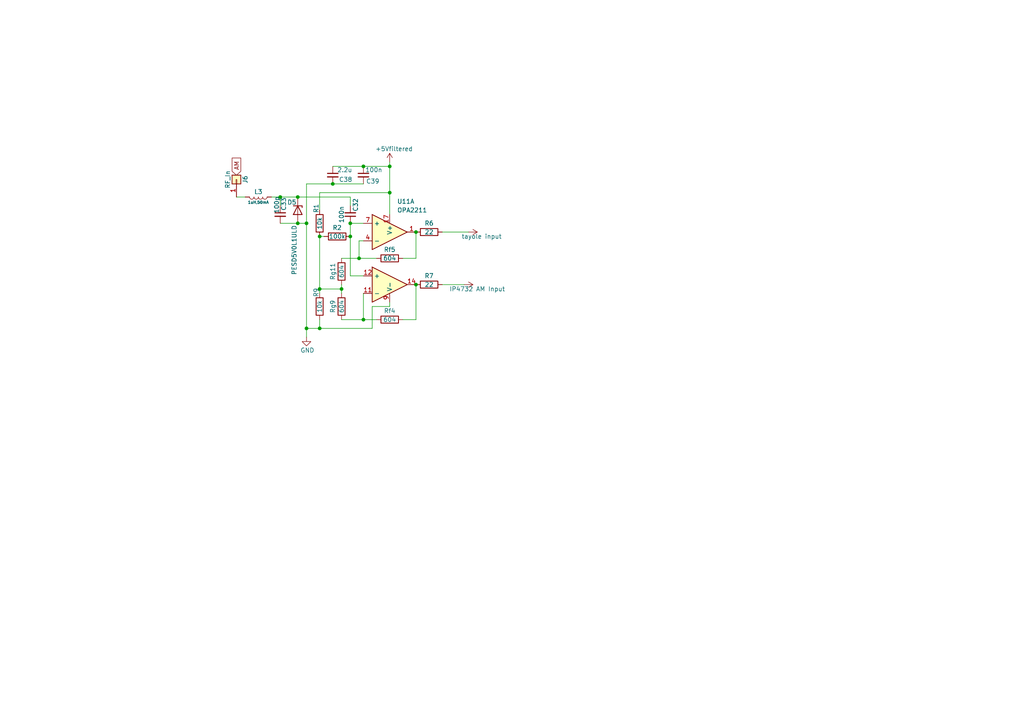
<source format=kicad_sch>
(kicad_sch (version 20250114) (generator "eeschema") (generator_version "9.0")
  (paper "A4")
  (lib_symbols
    (symbol "+5V_1" (power) (pin_names (offset 0))
      (property "Value" "+5V" (at 0 3.556 0))
      (symbol "+5V_1_0_1"
        (polyline (pts (xy -0.762 1.27) (xy 0 2.54)))
        (polyline (pts (xy 0 2.54) (xy 0.762 1.27)))
        (polyline (pts (xy 0 0) (xy 0 2.54)))
      )
      (symbol "+5V_1_1_1"
        (pin power_in line (at 0 0 90) (length 0) (hide yes) (name "+5V") (number "1"))
      )
    )
    (symbol "Connector_Generic:Conn_01x01" (pin_names (offset 1.016) (hide yes))
      (property "Reference" "J" (at 0 2.54 0))
      (property "Value" "Conn_01x01" (at 0 -2.54 0))
      (symbol "Conn_01x01_1_1"
        (rectangle (start -1.27 1.27) (end 1.27 -1.27) (stroke (width 0.254)) (fill (type background)))
        (rectangle (start -1.27 0.127) (end 0 -0.127) (stroke (width 0.1524)))
        (pin passive line (at -5.08 0 0) (length 3.81) (name "Pin_1") (number "1"))
      )
    )
    (symbol "Device:C_Small" (pin_numbers (hide yes)) (pin_names (offset 0.254) (hide yes))
      (property "Reference" "C" (at 0.254 1.778 0))
      (property "Value" "C_Small" (at 0.254 -2.032 0))
      (symbol "C_Small_0_1"
        (polyline (pts (xy -1.524 0.508) (xy 1.524 0.508)) (stroke (width 0.3048)))
        (polyline (pts (xy -1.524 -0.508) (xy 1.524 -0.508)) (stroke (width 0.3302)))
      )
      (symbol "C_Small_1_1"
        (pin passive line (at 0 2.54 270) (length 2.032) (name "~") (number "1"))
        (pin passive line (at 0 -2.54 90) (length 2.032) (name "~") (number "2"))
      )
    )
    (symbol "Device:R" (pin_numbers (hide yes)) (pin_names (offset 0))
      (property "Reference" "R" (at 2.032 0 90))
      (property "Value" "R" (at 0 0 90))
      (symbol "R_0_1"
        (rectangle (start -1.016 -2.54) (end 1.016 2.54) (stroke (width 0.254)))
      )
      (symbol "R_1_1"
        (pin passive line (at 0 3.81 270) (length 1.27) (name "~") (number "1"))
        (pin passive line (at 0 -3.81 90) (length 1.27) (name "~") (number "2"))
      )
    )
    (symbol "Diode:PESD5V0L1ULD" (pin_numbers (hide yes)) (pin_names (hide yes))
      (property "Reference" "D" (at 0 2.54 0))
      (property "Value" "PESD5V0L1ULD" (at 0 -2.54 0))
      (symbol "PESD5V0L1ULD_0_1"
        (polyline (pts (xy -1.27 -1.27) (xy -1.27 1.27) (xy -0.762 1.27)) (stroke (width 0.254)))
        (polyline (pts (xy 1.27 0) (xy -1.27 0)))
        (polyline (pts (xy 1.27 -1.27) (xy 1.27 1.27) (xy -1.27 0) (xy 1.27 -1.27)) (stroke (width 0.254)))
      )
      (symbol "PESD5V0L1ULD_1_1"
        (pin passive line (at -3.81 0 0) (length 2.54) (name "K") (number "1"))
        (pin passive line (at 3.81 0 180) (length 2.54) (name "A") (number "2"))
      )
    )
    (symbol "GND_6" (power) (pin_names (offset 0))
      (property "Value" "GND" (at 0 -3.81 0))
      (symbol "GND_6_0_1"
        (polyline (pts (xy 0 0) (xy 0 -1.27) (xy 1.27 -1.27) (xy 0 -2.54) (xy -1.27 -1.27) (xy 0 -1.27)))
      )
      (symbol "GND_6_1_1"
        (pin power_in line (at 0 0 270) (length 0) (hide yes) (name "GND") (number "1"))
      )
    )
    (symbol "PCM_JLCPCB-Inductors:1uH,50mA" (pin_numbers (hide yes)) (pin_names (offset 0))
      (property "Reference" "L" (at 1.2673 0.834 0))
      (property "Value" "1uH,50mA" (at 1.2673 -1.2122 0))
      (symbol "1uH,50mA_0_1"
        (arc (start 0 2.54) (mid 0.6323 1.905) (end 0 1.27))
        (arc (start 0 1.27) (mid 0.6323 0.635) (end 0 0))
        (arc (start 0 0) (mid 0.6323 -0.635) (end 0 -1.27))
        (arc (start 0 -1.27) (mid 0.6323 -1.905) (end 0 -2.54))
      )
      (symbol "1uH,50mA_1_1"
        (pin passive line (at 0 3.81 270) (length 1.27) (name "~") (number "1"))
        (pin passive line (at 0 -3.81 90) (length 1.27) (name "~") (number "2"))
      )
    )
    (symbol "opa2211:OPA2211"
      (property "Reference" "U" (at -5.842 28.702 0))
      (property "Value" "OPA2211" (at -2.794 28.702 0))
      (symbol "OPA2211_1_1"
        (polyline (pts (xy -5.08 12.7) (xy 5.08 7.62) (xy -5.08 2.54) (xy -5.08 12.7)) (stroke (width 0.254)) (fill (type background)))
        (polyline (pts (xy -5.08 -2.54) (xy 5.08 -7.62) (xy -5.08 -12.7) (xy -5.08 -2.54)) (stroke (width 0.254)) (fill (type background)))
        (pin input line (at -7.62 10.16 0) (length 2.54) (name "+") (number "7"))
        (pin input line (at -7.62 5.08 0) (length 2.54) (name "-") (number "4"))
        (pin input line (at -7.62 -5.08 0) (length 2.54) (name "+") (number "12"))
        (pin input line (at -7.62 -10.16 0) (length 2.54) (name "-") (number "11"))
        (pin input line (at 0 12.7 270) (length 2.54) (name "V+") (number "17"))
        (pin input line (at 0 -12.7 90) (length 2.54) (name "V-") (number "9"))
        (pin output line (at 7.62 7.62 180) (length 2.54) (name "~") (number "1"))
        (pin output line (at 7.62 -7.62 180) (length 2.54) (name "~") (number "14"))
      )
      (symbol "OPA2211_2_1"
        (polyline (pts (xy -5.08 5.08) (xy 5.08 0) (xy -5.08 -5.08) (xy -5.08 5.08)) (stroke (width 0.254)) (fill (type background)))
        (pin input line (at -7.62 2.54 0) (length 2.54) (name "+") (number "5"))
        (pin input line (at -7.62 -2.54 0) (length 2.54) (name "-") (number "6"))
        (pin output line (at 7.62 0 180) (length 2.54) (name "~") (number "7"))
      )
      (symbol "OPA2211_3_1"
        (pin power_in line (at -2.54 7.62 270) (length 3.81) (name "V+") (number "8"))
        (pin power_in line (at -2.54 -7.62 90) (length 3.81) (name "V-") (number "4"))
      )
    )
  )
  (junction (at 88.9 95.25))
  (junction (at 105.41 92.71))
  (junction (at 113.03 55.88))
  (junction (at 101.6 68.58))
  (junction (at 92.71 83.82))
  (junction (at 105.41 48.26))
  (junction (at 96.52 53.34))
  (junction (at 81.28 57.15))
  (junction (at 92.71 95.25))
  (junction (at 99.06 83.82))
  (junction (at 120.65 67.31))
  (junction (at 104.14 74.93))
  (junction (at 101.6 64.77))
  (junction (at 120.65 82.55))
  (junction (at 92.71 68.58))
  (junction (at 88.9 64.77))
  (junction (at 86.36 64.77))
  (junction (at 86.36 57.15))
  (junction (at 113.03 48.26))
  (wire (pts (xy 92.71 95.25) (xy 88.9 95.25)))
  (wire (pts (xy 81.28 57.15) (xy 81.28 59.69)))
  (wire (pts (xy 104.14 74.93) (xy 99.06 74.93)))
  (wire (pts (xy 96.52 53.34) (xy 105.41 53.34)))
  (wire (pts (xy 88.9 95.25) (xy 88.9 97.79)))
  (wire (pts (xy 105.41 85.09) (xy 105.41 92.71)))
  (wire (pts (xy 88.9 53.34) (xy 96.52 53.34)))
  (wire (pts (xy 81.28 57.15) (xy 86.36 57.15)))
  (wire (pts (xy 113.03 48.26) (xy 113.03 55.88)))
  (wire (pts (xy 128.27 82.55) (xy 134.62 82.55)))
  (wire (pts (xy 113.03 46.99) (xy 113.03 48.26)))
  (wire (pts (xy 113.03 55.88) (xy 113.03 62.23)))
  (wire (pts (xy 101.6 64.77) (xy 105.41 64.77)))
  (wire (pts (xy 68.58 57.15) (xy 71.12 57.15)))
  (wire (pts (xy 99.06 92.71) (xy 105.41 92.71)))
  (wire (pts (xy 109.22 74.93) (xy 104.14 74.93)))
  (wire (pts (xy 116.84 92.71) (xy 120.65 92.71)))
  (wire (pts (xy 92.71 60.96) (xy 92.71 55.88)))
  (wire (pts (xy 105.41 80.01) (xy 101.6 80.01)))
  (wire (pts (xy 99.06 82.55) (xy 99.06 83.82)))
  (wire (pts (xy 113.03 88.9) (xy 107.95 88.9)))
  (wire (pts (xy 120.65 92.71) (xy 120.65 82.55)))
  (wire (pts (xy 128.27 67.31) (xy 135.89 67.31)))
  (wire (pts (xy 101.6 80.01) (xy 101.6 68.58)))
  (wire (pts (xy 92.71 92.71) (xy 92.71 95.25)))
  (wire (pts (xy 88.9 53.34) (xy 88.9 64.77)))
  (wire (pts (xy 92.71 83.82) (xy 92.71 85.09)))
  (wire (pts (xy 107.95 88.9) (xy 107.95 95.25)))
  (wire (pts (xy 81.28 64.77) (xy 86.36 64.77)))
  (wire (pts (xy 105.41 48.26) (xy 113.03 48.26)))
  (wire (pts (xy 86.36 64.77) (xy 88.9 64.77)))
  (wire (pts (xy 107.95 95.25) (xy 92.71 95.25)))
  (wire (pts (xy 120.65 74.93) (xy 120.65 67.31)))
  (wire (pts (xy 92.71 83.82) (xy 99.06 83.82)))
  (wire (pts (xy 92.71 55.88) (xy 113.03 55.88)))
  (wire (pts (xy 101.6 68.58) (xy 101.6 64.77)))
  (wire (pts (xy 86.36 57.15) (xy 101.6 57.15)))
  (wire (pts (xy 88.9 64.77) (xy 88.9 95.25)))
  (wire (pts (xy 113.03 87.63) (xy 113.03 88.9)))
  (wire (pts (xy 101.6 57.15) (xy 101.6 59.69)))
  (wire (pts (xy 99.06 85.09) (xy 99.06 83.82)))
  (wire (pts (xy 105.41 69.85) (xy 104.14 69.85)))
  (wire (pts (xy 104.14 69.85) (xy 104.14 74.93)))
  (wire (pts (xy 105.41 92.71) (xy 109.22 92.71)))
  (wire (pts (xy 92.71 68.58) (xy 93.98 68.58)))
  (wire (pts (xy 78.74 57.15) (xy 81.28 57.15)))
  (wire (pts (xy 96.52 48.26) (xy 105.41 48.26)))
  (wire (pts (xy 92.71 68.58) (xy 92.71 83.82)))
  (wire (pts (xy 116.84 74.93) (xy 120.65 74.93)))
  (global_label "AM" (shape input) (at 68.58 50.8 90) (property "Intersheetrefs" "${INTERSHEET_REFS}" (effects (hide yes))))
  (symbol (lib_id "Device:R") (at 99.06 88.9 0) (unit 1)
    (property "Reference" "Rg9" (at 96.52 88.9 90))
    (property "Value" "604" (at 99.06 88.9 90))
    (property "Footprint" "Resistor_SMD:R_0603_1608Metric" (effects (hide yes)))
  )
  (symbol (lib_id "Device:C_Small") (at 101.6 62.23 180) (unit 1)
    (property "Reference" "C32" (at 103.124 59.436 90))
    (property "Value" "100n" (at 99.06 62.2237 90))
    (property "Footprint" "Capacitor_SMD:C_0603_1608Metric" (effects (hide yes)))
  )
  (symbol (lib_id "Device:R") (at 124.46 67.31 270) (unit 1)
    (property "Reference" "R6" (at 124.46 64.77 90))
    (property "Value" "22" (at 124.46 67.31 90))
    (property "Footprint" "Resistor_SMD:R_0603_1608Metric" (effects (hide yes)))
  )
  (symbol (lib_id "PCM_JLCPCB-Inductors:1uH,50mA") (at 74.93 57.15 270) (unit 1)
    (property "Reference" "L3" (at 74.93 55.626 90))
    (property "Value" "1uH,50mA" (at 74.93 58.674 90) (effects (font (size 0.8 0.8))))
    (property "Footprint" "PCM_JLCPCB:L_0805" (effects (hide yes)))
    (property "Datasheet" "https://www.lcsc.com/datasheet/lcsc_datasheet_2310301641_Sunlord-SDFL2012Q1R0KTF_C1042.pdf" (effects (hide yes)))
    (property "Description" "50mA 1uH ±10% 400mΩ 0805 Inductors (SMD) ROHS" (effects (hide yes)))
    (property "LCSC" "C1042" (effects (hide yes)))
    (property "Stock" "50824" (effects (hide yes)))
    (property "Price" "0.020USD" (effects (hide yes)))
    (property "Process" "SMT" (effects (hide yes)))
    (property "Minimum Qty" "20" (effects (hide yes)))
    (property "Attrition Qty" "8" (effects (hide yes)))
    (property "Class" "Preferred Component" (effects (hide yes)))
    (property "Category" "Inductors/Coils/Transformers,Inductors (SMD)" (effects (hide yes)))
    (property "Manufacturer" "Sunlord" (effects (hide yes)))
    (property "Part" "SDFL2012Q1R0KTF" (effects (hide yes)))
    (property "Inductance" "1uH" (effects (hide yes)))
    (property "Tolerance" "±10%" (effects (hide yes)))
    (property "Rated Current" "50mA" (effects (hide yes)))
    (property "DC Resistance (DCR)" "400mΩ" (effects (hide yes)))
  )
  (symbol (lib_name "GND_6") (lib_id "power:GND") (at 88.9 97.79 0) (unit 1)
    (property "Reference" "#PWR023" (effects (hide yes)))
    (property "Value" "GND" (at 89.154 101.6 0))
  )
  (symbol (lib_id "Connector_Generic:Conn_01x01") (at 68.58 52.07 270) (mirror x) (unit 1)
    (property "Reference" "J6" (at 71.12 52.07 0))
    (property "Value" "RF_In" (at 66.04 52.07 0))
    (property "Footprint" "Connector_Pin:Pin_D0.9mm_L10.0mm_W2.4mm_FlatFork" (effects (hide yes)))
  )
  (symbol (lib_id "Device:R") (at 124.46 82.55 270) (unit 1)
    (property "Reference" "R7" (at 124.46 80.01 90))
    (property "Value" "22" (at 124.46 82.55 90))
    (property "Footprint" "Resistor_SMD:R_0603_1608Metric" (effects (hide yes)))
  )
  (symbol (lib_id "Device:R") (at 99.06 78.74 0) (unit 1)
    (property "Reference" "Rg11" (at 96.52 78.74 90))
    (property "Value" "604" (at 99.06 78.74 90))
    (property "Footprint" "Resistor_SMD:R_0603_1608Metric" (effects (hide yes)))
  )
  (symbol (lib_name "+5V_1") (lib_id "power:+5V") (at 135.89 67.31 270) (unit 1)
    (property "Reference" "#PWR025" (effects (hide yes)))
    (property "Value" "tayole input" (at 139.7 68.58 90))
  )
  (symbol (lib_name "+5V_1") (lib_id "power:+5V") (at 113.03 46.99 0) (unit 1)
    (property "Reference" "#PWR024" (effects (hide yes)))
    (property "Value" "+5Vfiltered" (at 114.3 43.18 0))
  )
  (symbol (lib_name "+5V_1") (lib_id "power:+5V") (at 134.62 82.55 270) (unit 1)
    (property "Reference" "#PWR026" (effects (hide yes)))
    (property "Value" "IP4732 AM Input" (at 138.43 83.82 90))
  )
  (symbol (lib_id "Device:C_Small") (at 81.28 62.23 0) (unit 1)
    (property "Reference" "C33" (at 82.296 59.182 90))
    (property "Value" "100p" (at 80.264 59.436 90))
    (property "Footprint" "Capacitor_SMD:C_0603_1608Metric" (effects (hide yes)))
  )
  (symbol (lib_id "opa2211:OPA2211") (at 113.03 74.93 0) (unit 1)
    (property "Reference" "U11" (at 115.1733 58.42 0) (effects (justify left)))
    (property "Value" "OPA2211" (at 115.1733 60.96 0) (effects (justify left)))
    (property "Footprint" "HTSSOP(PWP)" (effects (hide yes)))
    (property "Datasheet" "https://www.ti.com/lit/ds/symlink/opa2211-ht.pdf?ts=1769900334447" (effects (hide yes)))
    (property "Description" "low noise, low power, precision op amp" (effects (hide yes)))
  )
  (symbol (lib_id "Device:R") (at 97.79 68.58 270) (unit 1)
    (property "Reference" "R2" (at 97.79 66.04 90))
    (property "Value" "100k" (at 97.79 68.58 90))
    (property "Footprint" "Resistor_SMD:R_0603_1608Metric" (effects (hide yes)))
  )
  (symbol (lib_id "Diode:PESD5V0L1ULD") (at 86.36 60.96 270) (unit 1)
    (property "Reference" "D5" (at 83.312 58.674 90) (effects (justify left)))
    (property "Value" "PESD5V0L1ULD" (at 85.344 65.278 0) (effects (justify left)))
    (property "Footprint" "Diode_SMD:D_SOD-882D" (effects (hide yes)))
    (property "Datasheet" "\"https://assets.nexperia.com/documents/data-sheet/PESD5V0L1ULD.pdf" (effects (hide yes)))
    (property "Description" "Low capacitance unidirectional ESD protection diode, 5V, SOD-882D" (effects (hide yes)))
  )
  (symbol (lib_id "Device:R") (at 113.03 92.71 270) (unit 1)
    (property "Reference" "Rf4" (at 113.03 90.17 90))
    (property "Value" "604" (at 113.03 92.71 90))
    (property "Footprint" "Resistor_SMD:R_0603_1608Metric" (effects (hide yes)))
  )
  (symbol (lib_id "Device:R") (at 92.71 88.9 0) (unit 1)
    (property "Reference" "R9" (at 91.694 84.836 90))
    (property "Value" "10k" (at 92.71 88.9 90))
    (property "Footprint" "Resistor_SMD:R_0603_1608Metric" (effects (hide yes)))
  )
  (symbol (lib_id "Device:C_Small") (at 105.41 50.8 0) (unit 1)
    (property "Reference" "C39" (at 106.172 52.578 0) (effects (justify left)))
    (property "Value" "100n" (at 105.918 49.276 0) (effects (justify left)))
    (property "Footprint" "Capacitor_SMD:C_0603_1608Metric" (effects (hide yes)))
  )
  (symbol (lib_id "Device:R") (at 113.03 74.93 270) (unit 1)
    (property "Reference" "Rf5" (at 113.03 72.39 90))
    (property "Value" "604" (at 113.03 74.93 90))
    (property "Footprint" "Resistor_SMD:R_0603_1608Metric" (effects (hide yes)))
  )
  (symbol (lib_id "Device:C_Small") (at 96.52 50.8 0) (unit 1)
    (property "Reference" "C38" (at 98.298 52.07 0) (effects (justify left)))
    (property "Value" "2.2u" (at 97.79 49.276 0) (effects (justify left)))
    (property "Footprint" "Capacitor_SMD:C_0603_1608Metric" (effects (hide yes)))
  )
  (symbol (lib_id "Device:R") (at 92.71 64.77 0) (unit 1)
    (property "Reference" "R1" (at 91.694 60.452 90))
    (property "Value" "10k" (at 92.71 64.77 90))
    (property "Footprint" "Resistor_SMD:R_0603_1608Metric" (effects (hide yes)))
  )
)
</source>
